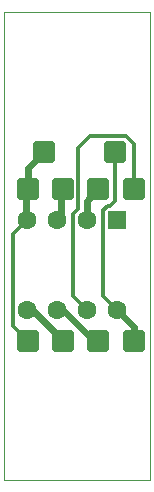
<source format=gbr>
%TF.GenerationSoftware,KiCad,Pcbnew,9.0.0*%
%TF.CreationDate,2025-05-11T23:31:38-04:00*%
%TF.ProjectId,WandLite,57616e64-4c69-4746-952e-6b696361645f,rev?*%
%TF.SameCoordinates,Original*%
%TF.FileFunction,Copper,L1,Top*%
%TF.FilePolarity,Positive*%
%FSLAX46Y46*%
G04 Gerber Fmt 4.6, Leading zero omitted, Abs format (unit mm)*
G04 Created by KiCad (PCBNEW 9.0.0) date 2025-05-11 23:31:38*
%MOMM*%
%LPD*%
G01*
G04 APERTURE LIST*
G04 Aperture macros list*
%AMRoundRect*
0 Rectangle with rounded corners*
0 $1 Rounding radius*
0 $2 $3 $4 $5 $6 $7 $8 $9 X,Y pos of 4 corners*
0 Add a 4 corners polygon primitive as box body*
4,1,4,$2,$3,$4,$5,$6,$7,$8,$9,$2,$3,0*
0 Add four circle primitives for the rounded corners*
1,1,$1+$1,$2,$3*
1,1,$1+$1,$4,$5*
1,1,$1+$1,$6,$7*
1,1,$1+$1,$8,$9*
0 Add four rect primitives between the rounded corners*
20,1,$1+$1,$2,$3,$4,$5,0*
20,1,$1+$1,$4,$5,$6,$7,0*
20,1,$1+$1,$6,$7,$8,$9,0*
20,1,$1+$1,$8,$9,$2,$3,0*%
G04 Aperture macros list end*
%TA.AperFunction,ComponentPad*%
%ADD10RoundRect,0.250000X0.675000X0.675000X-0.675000X0.675000X-0.675000X-0.675000X0.675000X-0.675000X0*%
%TD*%
%TA.AperFunction,ComponentPad*%
%ADD11RoundRect,0.250000X-0.675000X-0.675000X0.675000X-0.675000X0.675000X0.675000X-0.675000X0.675000X0*%
%TD*%
%TA.AperFunction,ComponentPad*%
%ADD12RoundRect,0.250000X-0.550000X0.550000X-0.550000X-0.550000X0.550000X-0.550000X0.550000X0.550000X0*%
%TD*%
%TA.AperFunction,ComponentPad*%
%ADD13C,1.600000*%
%TD*%
%TA.AperFunction,Conductor*%
%ADD14C,0.350000*%
%TD*%
%TA.AperFunction,Conductor*%
%ADD15C,0.600000*%
%TD*%
%TA.AperFunction,Conductor*%
%ADD16C,0.400000*%
%TD*%
%TA.AperFunction,Conductor*%
%ADD17C,0.200000*%
%TD*%
%TA.AperFunction,Profile*%
%ADD18C,0.050000*%
%TD*%
G04 APERTURE END LIST*
D10*
%TO.P,J6,1,Pin_1*%
%TO.N,Net-(J6-Pin_1)*%
X136800000Y-71600000D03*
%TD*%
%TO.P,J7,1,Pin_1*%
%TO.N,GND*%
X133800000Y-71600000D03*
%TD*%
%TO.P,J8,1,Pin_1*%
%TO.N,GND*%
X135200000Y-68400000D03*
%TD*%
D11*
%TO.P,J10,1,Pin_1*%
%TO.N,VCC*%
X142800000Y-84400000D03*
%TD*%
%TO.P,J11,1,Pin_1*%
%TO.N,Net-(J11-Pin_1)*%
X139800000Y-84400000D03*
%TD*%
%TO.P,J12,1,Pin_1*%
%TO.N,Net-(J12-Pin_1)*%
X136800000Y-84400000D03*
%TD*%
%TO.P,J13,1,Pin_1*%
%TO.N,GND*%
X133800000Y-84400000D03*
%TD*%
D10*
%TO.P,J14,1,Pin_1*%
%TO.N,VCC*%
X141200000Y-68400000D03*
%TD*%
D12*
%TO.P,U1,1,~{RESET}/PB5*%
%TO.N,unconnected-(U1-~{RESET}{slash}PB5-Pad1)*%
X141400000Y-74195000D03*
D13*
%TO.P,U1,2,XTAL1/PB3*%
%TO.N,Net-(J5-Pin_1)*%
X138860000Y-74195000D03*
%TO.P,U1,3,XTAL2/PB4*%
%TO.N,Net-(J6-Pin_1)*%
X136320000Y-74195000D03*
%TO.P,U1,4,GND*%
%TO.N,GND*%
X133780000Y-74195000D03*
%TO.P,U1,5,AREF/PB0*%
%TO.N,Net-(J12-Pin_1)*%
X133780000Y-81815000D03*
%TO.P,U1,6,PB1*%
%TO.N,Net-(J11-Pin_1)*%
X136320000Y-81815000D03*
%TO.P,U1,7,PB2*%
%TO.N,Net-(J3-Pin_1)*%
X138860000Y-81815000D03*
%TO.P,U1,8,VCC*%
%TO.N,VCC*%
X141400000Y-81815000D03*
%TD*%
D10*
%TO.P,J5,1,Pin_1*%
%TO.N,Net-(J5-Pin_1)*%
X139800000Y-71600000D03*
%TD*%
%TO.P,J3,1,Pin_1*%
%TO.N,Net-(J3-Pin_1)*%
X142800000Y-71600000D03*
%TD*%
D14*
%TO.N,GND*%
X132604000Y-83204000D02*
X133800000Y-84400000D01*
X132604000Y-75371000D02*
X132604000Y-83204000D01*
X133780000Y-74195000D02*
X132604000Y-75371000D01*
%TO.N,Net-(J3-Pin_1)*%
X137684000Y-73707884D02*
X137684000Y-80639000D01*
X138101000Y-73290884D02*
X137684000Y-73707884D01*
X139058774Y-67099000D02*
X138101000Y-68056774D01*
X142800000Y-67757774D02*
X142141226Y-67099000D01*
X142141226Y-67099000D02*
X139058774Y-67099000D01*
X138101000Y-68056774D02*
X138101000Y-73290884D01*
X137684000Y-80639000D02*
X138860000Y-81815000D01*
X142800000Y-71600000D02*
X142800000Y-67757774D01*
%TO.N,VCC*%
X140224000Y-73378774D02*
X140224000Y-80639000D01*
X140781000Y-73019000D02*
X140583774Y-73019000D01*
X140583774Y-73019000D02*
X140224000Y-73378774D01*
X141200000Y-72600000D02*
X140781000Y-73019000D01*
X141200000Y-68400000D02*
X141200000Y-72600000D01*
X140224000Y-80639000D02*
X141400000Y-81815000D01*
D15*
%TO.N,Net-(J11-Pin_1)*%
X136815000Y-81815000D02*
X139400000Y-84400000D01*
D16*
X139400000Y-84400000D02*
X139800000Y-84400000D01*
X136320000Y-81815000D02*
X136815000Y-81815000D01*
D17*
%TO.N,Net-(J12-Pin_1)*%
X134215000Y-81815000D02*
X133780000Y-81815000D01*
%TO.N,VCC*%
X142800000Y-84400000D02*
X142800000Y-83807500D01*
X142800000Y-83807500D02*
X142800000Y-83766200D01*
D15*
X142800000Y-83766200D02*
X142800000Y-83215000D01*
X142800000Y-83215000D02*
X141400000Y-81815000D01*
D17*
%TO.N,GND*%
X133400000Y-74005000D02*
X133495000Y-74100000D01*
X133495000Y-74100000D02*
X133590000Y-74195000D01*
D15*
X133800000Y-69800000D02*
X133800000Y-71600000D01*
X135200000Y-68400000D02*
X133800000Y-69800000D01*
X133685000Y-71715000D02*
X133685000Y-74100000D01*
D17*
X133800000Y-71600000D02*
X133685000Y-71715000D01*
X133685000Y-74100000D02*
X133780000Y-74195000D01*
X133495000Y-74100000D02*
X133590000Y-74100000D01*
X133590000Y-74100000D02*
X133685000Y-74100000D01*
%TO.N,Net-(J6-Pin_1)*%
X136320000Y-74005000D02*
X136320000Y-74195000D01*
X136365000Y-73960000D02*
X136320000Y-74005000D01*
X136600000Y-73725000D02*
X136365000Y-73960000D01*
X136365000Y-73960000D02*
X136130000Y-74195000D01*
D15*
X136600000Y-71800000D02*
X136600000Y-73725000D01*
D17*
X136800000Y-71600000D02*
X136600000Y-71800000D01*
D15*
%TO.N,Net-(J5-Pin_1)*%
X138860000Y-72540000D02*
X138860000Y-74195000D01*
X139800000Y-71600000D02*
X138860000Y-72540000D01*
%TO.N,Net-(J12-Pin_1)*%
X136800000Y-84400000D02*
X134215000Y-81815000D01*
%TD*%
D18*
X131800000Y-56600000D02*
X144200728Y-56600000D01*
X144200728Y-96200000D01*
X131800000Y-96200000D01*
X131800000Y-56600000D01*
M02*

</source>
